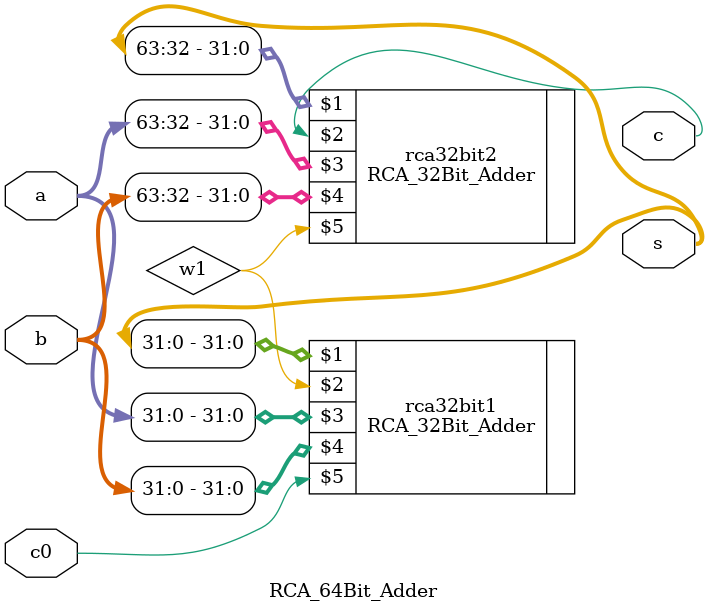
<source format=v>
`timescale 1ns / 1ps
module RCA_64Bit_Adder(s, c, a, b, c0);
	output [63:0] s;
	output c;
	input [63:0] a, b;
	input c0;
	
	wire w1;
	
	RCA_32Bit_Adder rca32bit1(s[31:0], w1, a[31:0], b[31:0], c0);
	RCA_32Bit_Adder rca32bit2(s[63:32], c, a[63:32], b[63:32], w1);

endmodule

</source>
